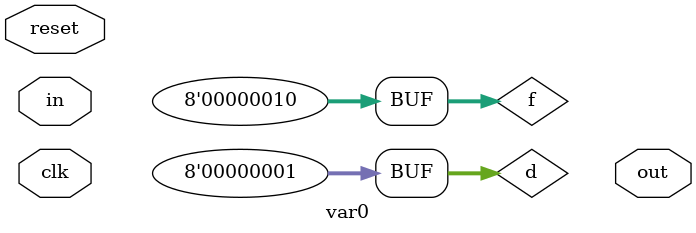
<source format=v>
module var0
  #(parameter integer WIDTH = 8)
  (input wire             reset,
   input wire             clk,
   input wire [WIDTH-1:0] in,
   output reg             out);

   reg                    a;
   reg signed [WIDTH-1:0] b;
   reg [WIDTH-1:0]        c [2**WIDTH-1:0], h [63:0] [31:0];
   reg [WIDTH-1:0]        d = 1, e, f = 2;

endmodule

</source>
